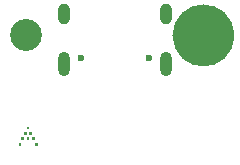
<source format=gbs>
%TF.GenerationSoftware,KiCad,Pcbnew,9.0.6*%
%TF.CreationDate,2026-01-06T09:51:15+09:00*%
%TF.ProjectId,muon,6d756f6e-2e6b-4696-9361-645f70636258,rev?*%
%TF.SameCoordinates,Original*%
%TF.FileFunction,Soldermask,Bot*%
%TF.FilePolarity,Negative*%
%FSLAX46Y46*%
G04 Gerber Fmt 4.6, Leading zero omitted, Abs format (unit mm)*
G04 Created by KiCad (PCBNEW 9.0.6) date 2026-01-06 09:51:15*
%MOMM*%
%LPD*%
G01*
G04 APERTURE LIST*
%ADD10C,2.625000*%
%ADD11C,2.700000*%
%ADD12C,0.600000*%
%ADD13O,1.000000X2.100000*%
%ADD14O,1.000000X1.800000*%
G04 APERTURE END LIST*
G36*
X66990000Y-61630000D02*
G01*
X67220000Y-61630000D01*
X67220000Y-61860000D01*
X66990000Y-61860000D01*
X66990000Y-61630000D01*
G37*
G36*
X66530000Y-60710000D02*
G01*
X66760000Y-60710000D01*
X66760000Y-60940000D01*
X66530000Y-60940000D01*
X66530000Y-60710000D01*
G37*
G36*
X66530000Y-61630000D02*
G01*
X66760000Y-61630000D01*
X66760000Y-61860000D01*
X66530000Y-61860000D01*
X66530000Y-61630000D01*
G37*
G36*
X66760000Y-61170000D02*
G01*
X66990000Y-61170000D01*
X66990000Y-61400000D01*
X66760000Y-61400000D01*
X66760000Y-61170000D01*
G37*
G36*
X65840000Y-62090000D02*
G01*
X66070000Y-62090000D01*
X66070000Y-62320000D01*
X65840000Y-62320000D01*
X65840000Y-62090000D01*
G37*
D10*
X82812500Y-53000000D02*
G75*
G02*
X80187500Y-53000000I-1312500J0D01*
G01*
X80187500Y-53000000D02*
G75*
G02*
X82812500Y-53000000I1312500J0D01*
G01*
G36*
X67220000Y-62090000D02*
G01*
X67450000Y-62090000D01*
X67450000Y-62320000D01*
X67220000Y-62320000D01*
X67220000Y-62090000D01*
G37*
G36*
X66070000Y-61630000D02*
G01*
X66300000Y-61630000D01*
X66300000Y-61860000D01*
X66070000Y-61860000D01*
X66070000Y-61630000D01*
G37*
G36*
X66300000Y-61170000D02*
G01*
X66530000Y-61170000D01*
X66530000Y-61400000D01*
X66300000Y-61400000D01*
X66300000Y-61170000D01*
G37*
D11*
%TO.C,MH1*%
X81500000Y-53000000D03*
%TD*%
%TO.C,MH2*%
X66500000Y-53000000D03*
%TD*%
D12*
%TO.C,J1*%
X76890000Y-54880000D03*
X71110000Y-54880000D03*
D13*
X78320000Y-55380000D03*
D14*
X78320000Y-51200000D03*
D13*
X69680000Y-55380000D03*
D14*
X69680000Y-51200000D03*
%TD*%
M02*

</source>
